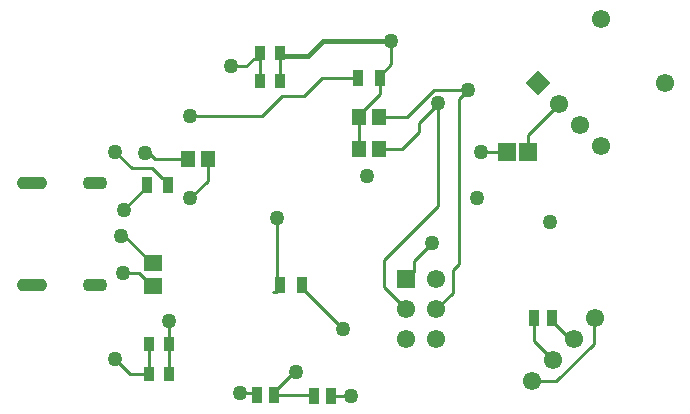
<source format=gbl>
G04*
G04 #@! TF.GenerationSoftware,Altium Limited,Altium Designer,21.0.9 (235)*
G04*
G04 Layer_Physical_Order=4*
G04 Layer_Color=16711680*
%FSLAX25Y25*%
%MOIN*%
G70*
G04*
G04 #@! TF.SameCoordinates,16CFF4CE-520A-4318-93EF-9E40710CEDB3*
G04*
G04*
G04 #@! TF.FilePolarity,Positive*
G04*
G01*
G75*
%ADD14C,0.01000*%
%ADD18R,0.03175X0.05151*%
G04:AMPARAMS|DCode=31|XSize=43.31mil|YSize=102.36mil|CornerRadius=21.65mil|HoleSize=0mil|Usage=FLASHONLY|Rotation=270.000|XOffset=0mil|YOffset=0mil|HoleType=Round|Shape=RoundedRectangle|*
%AMROUNDEDRECTD31*
21,1,0.04331,0.05906,0,0,270.0*
21,1,0.00000,0.10236,0,0,270.0*
1,1,0.04331,-0.02953,0.00000*
1,1,0.04331,-0.02953,0.00000*
1,1,0.04331,0.02953,0.00000*
1,1,0.04331,0.02953,0.00000*
%
%ADD31ROUNDEDRECTD31*%
G04:AMPARAMS|DCode=32|XSize=43.31mil|YSize=82.68mil|CornerRadius=21.65mil|HoleSize=0mil|Usage=FLASHONLY|Rotation=270.000|XOffset=0mil|YOffset=0mil|HoleType=Round|Shape=RoundedRectangle|*
%AMROUNDEDRECTD32*
21,1,0.04331,0.03937,0,0,270.0*
21,1,0.00000,0.08268,0,0,270.0*
1,1,0.04331,-0.01968,0.00000*
1,1,0.04331,-0.01968,0.00000*
1,1,0.04331,0.01968,0.00000*
1,1,0.04331,0.01968,0.00000*
%
%ADD32ROUNDEDRECTD32*%
%ADD45C,0.01500*%
%ADD47R,0.06102X0.06102*%
%ADD48C,0.06102*%
%ADD49P,0.08630X4X180.0*%
%ADD50C,0.05000*%
%ADD61R,0.04528X0.05709*%
%ADD62R,0.06102X0.05315*%
%ADD63R,0.04724X0.05709*%
%ADD64R,0.03740X0.05512*%
%ADD65R,0.03740X0.05315*%
D14*
X383000Y347500D02*
X383945D01*
X393106Y338339D02*
X393500D01*
X383945Y347500D02*
X393106Y338339D01*
Y330661D02*
X393500D01*
X388768Y335000D02*
X393106Y330661D01*
X383500Y335000D02*
X388768D01*
X382839Y347339D02*
X383000Y347500D01*
X503000Y375500D02*
X511358D01*
X435000Y331858D02*
Y353500D01*
Y331858D02*
X435858Y331000D01*
X429974Y387500D02*
X436474Y394000D01*
X450000Y400000D02*
X461858D01*
X444000Y394000D02*
X450000Y400000D01*
X436474Y394000D02*
X444000D01*
X406000Y387500D02*
X429974D01*
X518642Y375500D02*
Y381213D01*
X528858Y391429D01*
X520547Y312382D02*
X526858Y306071D01*
X520547Y312382D02*
Y320000D01*
X540500Y311500D02*
Y319713D01*
X541000Y320213D01*
X528000Y299000D02*
X540500Y311500D01*
X519787Y299000D02*
X528000D01*
X531547Y314118D02*
X532953D01*
X526453Y319213D02*
Y320000D01*
Y319213D02*
X531547Y314118D01*
X532953D02*
X533929Y313142D01*
X526858Y306071D02*
Y306857D01*
X520047Y319500D02*
X520547Y320000D01*
X480551Y339051D02*
X486500Y345000D01*
X478000Y333000D02*
X480551Y335551D01*
Y339051D01*
X488422Y357422D02*
Y391422D01*
X470500Y339500D02*
X488422Y357422D01*
Y391422D02*
Y391578D01*
X493500Y328500D02*
Y336000D01*
X495500Y338000D02*
Y393000D01*
X493500Y336000D02*
X495500Y338000D01*
X488000Y323000D02*
X493500Y328500D01*
X495500Y393000D02*
X498500Y396000D01*
X434488Y328744D02*
X435858Y330114D01*
Y331000D01*
X433602Y328744D02*
X434488D01*
X433953Y295287D02*
X440665Y302000D01*
X441083D01*
X433953Y294500D02*
X446547D01*
X447047Y294000D01*
X452953D02*
X459500D01*
X422500Y295000D02*
X427547D01*
X428047Y294500D01*
X470500Y330500D02*
X478000Y323000D01*
X470500Y330500D02*
Y339500D01*
X469000Y387000D02*
X478186D01*
X487186Y396000D02*
X498500D01*
X478186Y387000D02*
X487186Y396000D01*
X482117Y385117D02*
X488422Y391422D01*
X482117Y382117D02*
Y385117D01*
X476500Y376500D02*
X482117Y382117D01*
X468945Y376500D02*
X476500D01*
X462055D02*
X462110Y376555D01*
Y387000D01*
Y387591D02*
X469142Y394622D01*
X462110Y387000D02*
Y387591D01*
X469142Y394622D02*
Y400000D01*
Y400886D02*
X473000Y404744D01*
Y412500D01*
X469142Y400000D02*
Y400886D01*
X435897Y399000D02*
Y408453D01*
X435850Y408500D02*
X435897Y408453D01*
X429150Y407512D02*
Y408500D01*
Y399047D02*
Y407512D01*
Y399047D02*
X429197Y399000D01*
X424650Y404000D02*
X427075Y406425D01*
X419500Y404000D02*
X424650D01*
X428063Y406425D02*
X429150Y407512D01*
X427075Y406425D02*
X428063D01*
X443142Y330114D02*
X456756Y316500D01*
X443142Y330114D02*
Y331000D01*
X456756Y316500D02*
X457000D01*
X433953Y294500D02*
Y295287D01*
X399000Y311500D02*
Y319000D01*
X398850Y311350D02*
X399000Y311500D01*
X398850Y301500D02*
Y311350D01*
X386000Y301500D02*
X392150D01*
X381000Y306500D02*
X386000Y301500D01*
X392150D02*
Y311350D01*
X392300Y311500D01*
X406000Y360000D02*
X411846Y365846D01*
Y373000D01*
X392082Y375000D02*
X394082Y373000D01*
X405154D01*
X391000Y375000D02*
X392082D01*
X381000Y375500D02*
X386500Y370000D01*
X393142D01*
X398642Y364500D02*
Y365386D01*
X397272Y366756D02*
X398642Y365386D01*
X396386Y366756D02*
X397272D01*
X393142Y370000D02*
X396386Y366756D01*
X384000Y356256D02*
X391358Y363614D01*
X384000Y356000D02*
Y356256D01*
X391358Y363614D02*
Y364500D01*
D18*
X399000Y311500D02*
D03*
X392300D02*
D03*
X435850Y408500D02*
D03*
X429150D02*
D03*
X398850Y301500D02*
D03*
X392150D02*
D03*
X435897Y399000D02*
D03*
X429197D02*
D03*
D31*
X353126Y330992D02*
D03*
Y365008D02*
D03*
D32*
X374228Y330992D02*
D03*
Y365008D02*
D03*
D45*
X445214Y407500D02*
X450214Y412500D01*
X473000D01*
X436687Y407500D02*
X445214D01*
X435850Y408338D02*
Y408500D01*
Y408338D02*
X436687Y407500D01*
D47*
X511358Y375500D02*
D03*
X518642D02*
D03*
X478000Y333000D02*
D03*
D48*
Y323000D02*
D03*
Y313000D02*
D03*
X488000Y333000D02*
D03*
Y323000D02*
D03*
Y313000D02*
D03*
X541000Y320213D02*
D03*
X533929Y313142D02*
D03*
X526858Y306071D02*
D03*
X519787Y299000D02*
D03*
X543000Y377287D02*
D03*
X528858Y391429D02*
D03*
X535929Y384358D02*
D03*
X543000Y419713D02*
D03*
X564213Y398500D02*
D03*
D49*
X521787D02*
D03*
D50*
X383500Y335000D02*
D03*
X383000Y347500D02*
D03*
X503000Y375500D02*
D03*
X526000Y352000D02*
D03*
X435000Y353500D02*
D03*
X465000Y367500D02*
D03*
X501463Y359963D02*
D03*
X486500Y345000D02*
D03*
X441083Y302000D02*
D03*
X459500Y294000D02*
D03*
X422500Y295000D02*
D03*
X488422Y391578D02*
D03*
X498500Y396000D02*
D03*
X473000Y412500D02*
D03*
X419500Y404000D02*
D03*
X457000Y316500D02*
D03*
X399000Y319000D02*
D03*
X381000Y306500D02*
D03*
X406000Y360000D02*
D03*
Y387500D02*
D03*
X391000Y375000D02*
D03*
X381000Y375500D02*
D03*
X384000Y356000D02*
D03*
D61*
X469000Y387000D02*
D03*
X462110D02*
D03*
X468945Y376500D02*
D03*
X462055D02*
D03*
D62*
X393500Y338339D02*
D03*
Y330661D02*
D03*
D63*
X411846Y373000D02*
D03*
X405154D02*
D03*
D64*
X398642Y364500D02*
D03*
X391358D02*
D03*
X469142Y400000D02*
D03*
X461858D02*
D03*
X443142Y331000D02*
D03*
X435858D02*
D03*
D65*
X520547Y320000D02*
D03*
X526453D02*
D03*
X452953Y294000D02*
D03*
X447047D02*
D03*
X428047Y294500D02*
D03*
X433953D02*
D03*
M02*

</source>
